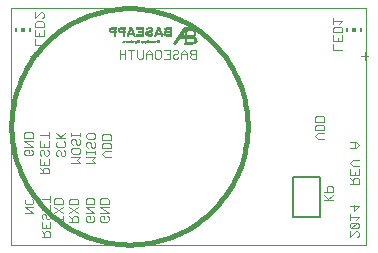
<source format=gbo>
G75*
%MOIN*%
%OFA0B0*%
%FSLAX24Y24*%
%IPPOS*%
%LPD*%
%AMOC8*
5,1,8,0,0,1.08239X$1,22.5*
%
%ADD10C,0.0000*%
%ADD11C,0.0030*%
%ADD12R,0.0300X0.0010*%
%ADD13R,0.0090X0.0010*%
%ADD14R,0.0350X0.0010*%
%ADD15R,0.0110X0.0010*%
%ADD16R,0.0370X0.0010*%
%ADD17R,0.0020X0.0010*%
%ADD18R,0.0010X0.0010*%
%ADD19R,0.0030X0.0010*%
%ADD20R,0.0380X0.0010*%
%ADD21R,0.0100X0.0010*%
%ADD22R,0.0400X0.0010*%
%ADD23R,0.0410X0.0010*%
%ADD24R,0.0070X0.0010*%
%ADD25R,0.0060X0.0010*%
%ADD26R,0.0050X0.0010*%
%ADD27R,0.0130X0.0010*%
%ADD28R,0.0040X0.0010*%
%ADD29R,0.0650X0.0010*%
%ADD30R,0.0630X0.0010*%
%ADD31R,0.0610X0.0010*%
%ADD32R,0.0590X0.0010*%
%ADD33R,0.0580X0.0010*%
%ADD34R,0.0550X0.0010*%
%ADD35R,0.0560X0.0010*%
%ADD36R,0.0210X0.0010*%
%ADD37R,0.0140X0.0010*%
%ADD38R,0.0250X0.0010*%
%ADD39R,0.0230X0.0010*%
%ADD40R,0.0180X0.0010*%
%ADD41R,0.0260X0.0010*%
%ADD42R,0.0080X0.0010*%
%ADD43R,0.0270X0.0010*%
%ADD44R,0.0280X0.0010*%
%ADD45R,0.0240X0.0010*%
%ADD46R,0.0120X0.0010*%
%ADD47R,0.0190X0.0010*%
%ADD48R,0.0200X0.0010*%
%ADD49R,0.0160X0.0010*%
%ADD50R,0.0220X0.0010*%
%ADD51R,0.0170X0.0010*%
%ADD52R,0.0150X0.0010*%
%ADD53R,0.0450X0.0010*%
%ADD54R,0.0440X0.0010*%
%ADD55R,0.0420X0.0010*%
%ADD56R,0.0360X0.0010*%
%ADD57R,0.0340X0.0010*%
%ADD58R,0.0310X0.0010*%
%ADD59R,0.0290X0.0010*%
%ADD60C,0.0050*%
%ADD61C,0.0160*%
%ADD62R,0.0059X0.0118*%
%ADD63R,0.0118X0.0118*%
D10*
X000680Y000380D02*
X000680Y008254D01*
X012491Y008254D01*
X012491Y000380D01*
X000680Y000380D01*
D11*
X001685Y000632D02*
X001975Y000632D01*
X001975Y000777D01*
X001927Y000825D01*
X001830Y000825D01*
X001782Y000777D01*
X001782Y000632D01*
X001782Y000728D02*
X001685Y000825D01*
X001685Y000926D02*
X001685Y001120D01*
X001733Y001221D02*
X001685Y001269D01*
X001685Y001366D01*
X001733Y001415D01*
X001782Y001415D01*
X001830Y001366D01*
X001830Y001269D01*
X001878Y001221D01*
X001927Y001221D01*
X001975Y001269D01*
X001975Y001366D01*
X001927Y001415D01*
X001975Y001516D02*
X001685Y001516D01*
X001685Y001709D01*
X001830Y001612D02*
X001830Y001516D01*
X001975Y001516D02*
X001975Y001709D01*
X001975Y001810D02*
X001975Y002004D01*
X001975Y001907D02*
X001685Y001907D01*
X001415Y001865D02*
X001415Y001769D01*
X001367Y001720D01*
X001173Y001720D01*
X001125Y001769D01*
X001125Y001865D01*
X001173Y001914D01*
X001367Y001914D02*
X001415Y001865D01*
X001415Y001619D02*
X001125Y001619D01*
X001415Y001426D01*
X001125Y001426D01*
X001685Y000926D02*
X001975Y000926D01*
X001975Y001120D01*
X001830Y001023D02*
X001830Y000926D01*
X002095Y001238D02*
X002385Y001238D01*
X002385Y001141D02*
X002385Y001335D01*
X002385Y001436D02*
X002095Y001629D01*
X002095Y001730D02*
X002095Y001875D01*
X002143Y001924D01*
X002337Y001924D01*
X002385Y001875D01*
X002385Y001730D01*
X002095Y001730D01*
X002095Y001436D02*
X002385Y001629D01*
X002615Y001619D02*
X002905Y001426D01*
X002857Y001325D02*
X002760Y001325D01*
X002712Y001276D01*
X002712Y001131D01*
X002712Y001228D02*
X002615Y001325D01*
X002615Y001426D02*
X002905Y001619D01*
X002905Y001720D02*
X002905Y001865D01*
X002857Y001914D01*
X002663Y001914D01*
X002615Y001865D01*
X002615Y001720D01*
X002905Y001720D01*
X003155Y001730D02*
X003155Y001875D01*
X003203Y001924D01*
X003397Y001924D01*
X003445Y001875D01*
X003445Y001730D01*
X003155Y001730D01*
X003155Y001629D02*
X003445Y001629D01*
X003635Y001629D02*
X003925Y001629D01*
X003925Y001730D02*
X003925Y001875D01*
X003877Y001924D01*
X003683Y001924D01*
X003635Y001875D01*
X003635Y001730D01*
X003925Y001730D01*
X003925Y001436D02*
X003635Y001629D01*
X003635Y001436D02*
X003925Y001436D01*
X003877Y001335D02*
X003925Y001286D01*
X003925Y001189D01*
X003877Y001141D01*
X003683Y001141D01*
X003635Y001189D01*
X003635Y001286D01*
X003683Y001335D01*
X003780Y001335D01*
X003780Y001238D01*
X003445Y001286D02*
X003445Y001189D01*
X003397Y001141D01*
X003203Y001141D01*
X003155Y001189D01*
X003155Y001286D01*
X003203Y001335D01*
X003300Y001335D01*
X003300Y001238D01*
X003397Y001335D02*
X003445Y001286D01*
X003445Y001436D02*
X003155Y001629D01*
X003155Y001436D02*
X003445Y001436D01*
X002905Y001276D02*
X002905Y001131D01*
X002615Y001131D01*
X002857Y001325D02*
X002905Y001276D01*
X001925Y002752D02*
X001635Y002752D01*
X001732Y002752D02*
X001732Y002897D01*
X001780Y002945D01*
X001877Y002945D01*
X001925Y002897D01*
X001925Y002752D01*
X001732Y002848D02*
X001635Y002945D01*
X001635Y003046D02*
X001635Y003240D01*
X001683Y003341D02*
X001635Y003389D01*
X001635Y003486D01*
X001683Y003535D01*
X001732Y003535D01*
X001780Y003486D01*
X001780Y003389D01*
X001828Y003341D01*
X001877Y003341D01*
X001925Y003389D01*
X001925Y003486D01*
X001877Y003535D01*
X001925Y003636D02*
X001635Y003636D01*
X001635Y003829D01*
X001780Y003732D02*
X001780Y003636D01*
X001925Y003636D02*
X001925Y003829D01*
X001925Y003930D02*
X001925Y004124D01*
X001925Y004027D02*
X001635Y004027D01*
X001395Y004085D02*
X001395Y003940D01*
X001105Y003940D01*
X001105Y004085D01*
X001153Y004134D01*
X001347Y004134D01*
X001395Y004085D01*
X001395Y003839D02*
X001105Y003839D01*
X001395Y003646D01*
X001105Y003646D01*
X001153Y003545D02*
X001250Y003545D01*
X001250Y003448D01*
X001153Y003545D02*
X001105Y003496D01*
X001105Y003399D01*
X001153Y003351D01*
X001347Y003351D01*
X001395Y003399D01*
X001395Y003496D01*
X001347Y003545D01*
X001780Y003143D02*
X001780Y003046D01*
X001925Y003046D02*
X001635Y003046D01*
X001925Y003046D02*
X001925Y003240D01*
X002175Y003379D02*
X002175Y003476D01*
X002223Y003525D01*
X002272Y003525D01*
X002320Y003476D01*
X002320Y003379D01*
X002368Y003331D01*
X002417Y003331D01*
X002465Y003379D01*
X002465Y003476D01*
X002417Y003525D01*
X002417Y003626D02*
X002223Y003626D01*
X002175Y003674D01*
X002175Y003771D01*
X002223Y003819D01*
X002175Y003920D02*
X002465Y003920D01*
X002417Y003819D02*
X002465Y003771D01*
X002465Y003674D01*
X002417Y003626D01*
X002675Y003554D02*
X002675Y003458D01*
X002723Y003409D01*
X002917Y003409D01*
X002965Y003458D01*
X002965Y003554D01*
X002917Y003603D01*
X002723Y003603D01*
X002675Y003554D01*
X002723Y003704D02*
X002675Y003752D01*
X002675Y003849D01*
X002723Y003897D01*
X002772Y003897D01*
X002820Y003849D01*
X002820Y003752D01*
X002868Y003704D01*
X002917Y003704D01*
X002965Y003752D01*
X002965Y003849D01*
X002917Y003897D01*
X002965Y003999D02*
X002965Y004095D01*
X002965Y004047D02*
X002675Y004047D01*
X002675Y003999D02*
X002675Y004095D01*
X002465Y004114D02*
X002272Y003920D01*
X002320Y003969D02*
X002175Y004114D01*
X002175Y003379D02*
X002223Y003331D01*
X002675Y003308D02*
X002965Y003308D01*
X002868Y003211D01*
X002965Y003115D01*
X002675Y003115D01*
X003175Y003115D02*
X003465Y003115D01*
X003368Y003211D01*
X003465Y003308D01*
X003175Y003308D01*
X003175Y003409D02*
X003175Y003506D01*
X003175Y003458D02*
X003465Y003458D01*
X003465Y003506D02*
X003465Y003409D01*
X003417Y003606D02*
X003368Y003606D01*
X003320Y003654D01*
X003320Y003751D01*
X003272Y003799D01*
X003223Y003799D01*
X003175Y003751D01*
X003175Y003654D01*
X003223Y003606D01*
X003417Y003606D02*
X003465Y003654D01*
X003465Y003751D01*
X003417Y003799D01*
X003417Y003900D02*
X003223Y003900D01*
X003175Y003949D01*
X003175Y004045D01*
X003223Y004094D01*
X003417Y004094D01*
X003465Y004045D01*
X003465Y003949D01*
X003417Y003900D01*
X003705Y003880D02*
X003705Y004025D01*
X003753Y004074D01*
X003947Y004074D01*
X003995Y004025D01*
X003995Y003880D01*
X003705Y003880D01*
X003753Y003779D02*
X003705Y003731D01*
X003705Y003586D01*
X003995Y003586D01*
X003995Y003731D01*
X003947Y003779D01*
X003753Y003779D01*
X003802Y003485D02*
X003995Y003485D01*
X003802Y003485D02*
X003705Y003388D01*
X003802Y003291D01*
X003995Y003291D01*
X004286Y006575D02*
X004286Y006865D01*
X004286Y006720D02*
X004480Y006720D01*
X004480Y006575D02*
X004480Y006865D01*
X004581Y006865D02*
X004774Y006865D01*
X004678Y006865D02*
X004678Y006575D01*
X004875Y006623D02*
X004875Y006865D01*
X005069Y006865D02*
X005069Y006623D01*
X005021Y006575D01*
X004924Y006575D01*
X004875Y006623D01*
X005170Y006575D02*
X005170Y006768D01*
X005267Y006865D01*
X005364Y006768D01*
X005364Y006575D01*
X005465Y006623D02*
X005465Y006817D01*
X005513Y006865D01*
X005610Y006865D01*
X005658Y006817D01*
X005658Y006623D01*
X005610Y006575D01*
X005513Y006575D01*
X005465Y006623D01*
X005364Y006720D02*
X005170Y006720D01*
X005759Y006575D02*
X005953Y006575D01*
X005953Y006865D01*
X005759Y006865D01*
X005856Y006720D02*
X005953Y006720D01*
X006054Y006672D02*
X006054Y006623D01*
X006102Y006575D01*
X006199Y006575D01*
X006248Y006623D01*
X006199Y006720D02*
X006102Y006720D01*
X006054Y006672D01*
X006199Y006720D02*
X006248Y006768D01*
X006248Y006817D01*
X006199Y006865D01*
X006102Y006865D01*
X006054Y006817D01*
X006349Y006768D02*
X006349Y006575D01*
X006542Y006575D02*
X006542Y006768D01*
X006445Y006865D01*
X006349Y006768D01*
X006349Y006720D02*
X006542Y006720D01*
X006643Y006672D02*
X006643Y006623D01*
X006692Y006575D01*
X006837Y006575D01*
X006837Y006865D01*
X006692Y006865D01*
X006643Y006817D01*
X006643Y006768D01*
X006692Y006720D01*
X006837Y006720D01*
X006692Y006720D02*
X006643Y006672D01*
X010815Y004625D02*
X010815Y004480D01*
X011105Y004480D01*
X011105Y004625D01*
X011057Y004674D01*
X010863Y004674D01*
X010815Y004625D01*
X010863Y004379D02*
X011057Y004379D01*
X011105Y004331D01*
X011105Y004186D01*
X010815Y004186D01*
X010815Y004331D01*
X010863Y004379D01*
X010912Y004085D02*
X011105Y004085D01*
X010912Y004085D02*
X010815Y003988D01*
X010912Y003891D01*
X011105Y003891D01*
X011975Y003784D02*
X012168Y003784D01*
X012265Y003687D01*
X012168Y003590D01*
X011975Y003590D01*
X012120Y003590D02*
X012120Y003784D01*
X012072Y003195D02*
X011975Y003098D01*
X012072Y003001D01*
X012265Y003001D01*
X012265Y002900D02*
X012265Y002706D01*
X011975Y002706D01*
X011975Y002900D01*
X012120Y002803D02*
X012120Y002706D01*
X012120Y002605D02*
X012072Y002557D01*
X012072Y002412D01*
X012072Y002508D02*
X011975Y002605D01*
X012120Y002605D02*
X012217Y002605D01*
X012265Y002557D01*
X012265Y002412D01*
X011975Y002412D01*
X011393Y002292D02*
X011393Y002147D01*
X011102Y002147D01*
X011199Y002147D02*
X011199Y002292D01*
X011248Y002340D01*
X011344Y002340D01*
X011393Y002292D01*
X011393Y002046D02*
X011199Y001852D01*
X011248Y001901D02*
X011102Y002046D01*
X011102Y001852D02*
X011393Y001852D01*
X011965Y001654D02*
X012255Y001654D01*
X012110Y001509D01*
X012110Y001702D01*
X011965Y001408D02*
X011965Y001214D01*
X011965Y001311D02*
X012255Y001311D01*
X012158Y001214D01*
X012207Y001113D02*
X012013Y001113D01*
X011965Y001065D01*
X011965Y000968D01*
X012013Y000920D01*
X012207Y001113D01*
X012255Y001065D01*
X012255Y000968D01*
X012207Y000920D01*
X012013Y000920D01*
X011965Y000818D02*
X011965Y000625D01*
X012158Y000818D01*
X012207Y000818D01*
X012255Y000770D01*
X012255Y000673D01*
X012207Y000625D01*
X012265Y003195D02*
X012072Y003195D01*
X012459Y006543D02*
X012459Y006790D01*
X012582Y006667D02*
X012335Y006667D01*
X011703Y006862D02*
X011412Y006862D01*
X011412Y007055D01*
X011412Y007156D02*
X011412Y007350D01*
X011412Y007451D02*
X011412Y007596D01*
X011461Y007644D01*
X011654Y007644D01*
X011703Y007596D01*
X011703Y007451D01*
X011412Y007451D01*
X011557Y007253D02*
X011557Y007156D01*
X011412Y007156D02*
X011703Y007156D01*
X011703Y007350D01*
X011606Y007746D02*
X011703Y007842D01*
X011412Y007842D01*
X011412Y007746D02*
X011412Y007939D01*
X001759Y007974D02*
X001711Y007926D01*
X001759Y007974D02*
X001759Y008071D01*
X001711Y008119D01*
X001662Y008119D01*
X001469Y007926D01*
X001469Y008119D01*
X001517Y007824D02*
X001711Y007824D01*
X001759Y007776D01*
X001759Y007631D01*
X001469Y007631D01*
X001469Y007776D01*
X001517Y007824D01*
X001469Y007530D02*
X001469Y007336D01*
X001759Y007336D01*
X001759Y007530D01*
X001614Y007433D02*
X001614Y007336D01*
X001469Y007235D02*
X001469Y007042D01*
X001759Y007042D01*
X001435Y006790D02*
X001435Y006543D01*
X001312Y006667D02*
X001559Y006667D01*
D12*
X006605Y007040D03*
D13*
X006490Y007110D03*
X006490Y007120D03*
X006490Y007130D03*
X006490Y007140D03*
X006490Y007150D03*
X006490Y007160D03*
X006490Y007170D03*
X006490Y007180D03*
X006490Y007190D03*
X006490Y007200D03*
X006490Y007210D03*
X006490Y007220D03*
X006490Y007230D03*
X006490Y007330D03*
X006490Y007340D03*
X006490Y007350D03*
X006490Y007360D03*
X006490Y007370D03*
X006490Y007380D03*
X006490Y007390D03*
X006490Y007400D03*
X006490Y007410D03*
X006490Y007420D03*
X006790Y007350D03*
X006800Y007360D03*
X006800Y007370D03*
X006810Y007390D03*
X006810Y007400D03*
X006810Y007410D03*
X006810Y007420D03*
X006810Y007430D03*
X006810Y007440D03*
X006810Y007450D03*
X006830Y007200D03*
X006830Y007140D03*
X006120Y007040D03*
X005990Y007370D03*
X005990Y007380D03*
X005990Y007390D03*
X005990Y007400D03*
X005990Y007410D03*
X005990Y007420D03*
X005990Y007490D03*
X005990Y007500D03*
X005990Y007510D03*
X005990Y007520D03*
X005990Y007530D03*
X005830Y007490D03*
X005820Y007520D03*
X005820Y007420D03*
X005810Y007410D03*
X005810Y007400D03*
X005810Y007390D03*
X005810Y007380D03*
X005700Y007330D03*
X005700Y007320D03*
X005700Y007310D03*
X005690Y007340D03*
X005690Y007350D03*
X005500Y007350D03*
X005490Y007340D03*
X005490Y007330D03*
X005480Y007320D03*
X005480Y007310D03*
X005370Y007380D03*
X005370Y007390D03*
X005360Y007370D03*
X005360Y007510D03*
X005210Y007540D03*
X005200Y007520D03*
X005190Y007400D03*
X005190Y007390D03*
X005200Y007370D03*
X005060Y007380D03*
X005060Y007390D03*
X005060Y007400D03*
X005060Y007410D03*
X005060Y007420D03*
X005060Y007490D03*
X005060Y007500D03*
X005060Y007510D03*
X005060Y007520D03*
X005060Y007530D03*
X004770Y007350D03*
X004780Y007330D03*
X004780Y007320D03*
X004790Y007310D03*
X004580Y007350D03*
X004570Y007340D03*
X004570Y007330D03*
X004570Y007320D03*
X004560Y007310D03*
X004440Y007310D03*
X004440Y007320D03*
X004440Y007330D03*
X004440Y007340D03*
X004440Y007350D03*
X004440Y007360D03*
X004440Y007370D03*
X004440Y007380D03*
X004440Y007390D03*
X004440Y007400D03*
X004440Y007410D03*
X004440Y007480D03*
X004440Y007490D03*
X004440Y007500D03*
X004440Y007510D03*
X004440Y007520D03*
X004440Y007530D03*
X004280Y007520D03*
X004280Y007490D03*
X004140Y007490D03*
X004140Y007500D03*
X004140Y007510D03*
X004140Y007520D03*
X004140Y007530D03*
X004140Y007480D03*
X004140Y007410D03*
X004140Y007400D03*
X004140Y007390D03*
X004140Y007380D03*
X004140Y007370D03*
X004140Y007360D03*
X004140Y007350D03*
X004140Y007340D03*
X004140Y007330D03*
X004140Y007320D03*
X004140Y007310D03*
X003980Y007490D03*
X003980Y007500D03*
X003980Y007510D03*
X003980Y007520D03*
X004600Y007420D03*
D14*
X006620Y007050D03*
D15*
X006820Y007120D03*
X006810Y007220D03*
X006770Y007330D03*
X006380Y007420D03*
X006370Y007410D03*
X006360Y007390D03*
X006350Y007380D03*
X006340Y007360D03*
X006330Y007350D03*
X006250Y007230D03*
X006240Y007220D03*
X006230Y007210D03*
X006220Y007190D03*
X006210Y007180D03*
X006200Y007160D03*
X006190Y007150D03*
X006180Y007130D03*
X006170Y007120D03*
X006160Y007110D03*
X006150Y007090D03*
X006140Y007080D03*
X006130Y007060D03*
X006120Y007050D03*
X005590Y007570D03*
X005590Y007580D03*
X005200Y007410D03*
X004670Y007580D03*
D16*
X006630Y007060D03*
D17*
X005615Y007100D03*
X005615Y007110D03*
X005615Y007120D03*
X005615Y007140D03*
X005615Y007150D03*
X005555Y007150D03*
X005555Y007110D03*
X005555Y007100D03*
X005515Y007100D03*
X005515Y007090D03*
X005425Y007120D03*
X005355Y007120D03*
X005355Y007110D03*
X005355Y007100D03*
X005345Y007090D03*
X005315Y007090D03*
X005305Y007120D03*
X005255Y007130D03*
X005225Y007140D03*
X005215Y007120D03*
X005205Y007090D03*
X005165Y007100D03*
X005165Y007110D03*
X005165Y007120D03*
X005165Y007130D03*
X005165Y007140D03*
X005135Y007140D03*
X005125Y007130D03*
X005115Y007120D03*
X005115Y007110D03*
X005075Y007100D03*
X005075Y007130D03*
X005045Y007140D03*
X005035Y007130D03*
X005035Y007120D03*
X005035Y007110D03*
X005035Y007100D03*
X004955Y007100D03*
X004945Y007140D03*
X004905Y007150D03*
X004865Y007140D03*
X004865Y007130D03*
X004855Y007110D03*
X004845Y007090D03*
X004845Y007080D03*
X004845Y007070D03*
X004825Y007120D03*
X004785Y007130D03*
X004775Y007120D03*
X004745Y007090D03*
X004655Y007110D03*
X004655Y007120D03*
X004645Y007090D03*
X004605Y007120D03*
X004605Y007130D03*
X004565Y007130D03*
X004565Y007140D03*
X004565Y007120D03*
X004565Y007110D03*
X004565Y007100D03*
X004565Y007090D03*
X004525Y007090D03*
X004525Y007100D03*
X004525Y007110D03*
X004525Y007120D03*
X004535Y007140D03*
X004485Y007140D03*
X004485Y007130D03*
X004475Y007120D03*
X004475Y007110D03*
X004475Y007100D03*
X004475Y007090D03*
X004435Y007090D03*
X004435Y007120D03*
X004395Y007100D03*
X004895Y007110D03*
X005165Y007080D03*
X005165Y007070D03*
X005165Y007060D03*
D18*
X005120Y007100D03*
X005080Y007110D03*
X005080Y007120D03*
X005080Y007140D03*
X005080Y007080D03*
X005080Y007070D03*
X005080Y007060D03*
X005220Y007130D03*
X005250Y007140D03*
X005260Y007120D03*
X005270Y007090D03*
X005310Y007130D03*
X005350Y007130D03*
X005390Y007100D03*
X005390Y007090D03*
X005430Y007090D03*
X005430Y007130D03*
X005470Y007130D03*
X005470Y007120D03*
X005470Y007110D03*
X005470Y007100D03*
X005470Y007090D03*
X005510Y007110D03*
X005510Y007130D03*
X005560Y007140D03*
X005560Y007120D03*
X004950Y007150D03*
X004900Y007100D03*
X004860Y007120D03*
X004830Y007110D03*
X004820Y007130D03*
X004820Y007140D03*
X004780Y007090D03*
X004740Y007100D03*
X004700Y007100D03*
X004700Y007110D03*
X004700Y007120D03*
X004700Y007130D03*
X004700Y007150D03*
X004650Y007130D03*
X004650Y007100D03*
X004610Y007090D03*
X004440Y007130D03*
X004400Y007090D03*
D19*
X004410Y007110D03*
X004420Y007140D03*
X004520Y007130D03*
X004630Y007140D03*
X004690Y007090D03*
X004750Y007110D03*
X004840Y007100D03*
X004860Y007060D03*
X004910Y007120D03*
X005240Y007160D03*
X005330Y007140D03*
X005400Y007110D03*
X005410Y007140D03*
D20*
X006635Y007070D03*
X006615Y007560D03*
D21*
X006795Y007490D03*
X006795Y007480D03*
X006805Y007470D03*
X006805Y007460D03*
X006785Y007340D03*
X006825Y007210D03*
X006835Y007190D03*
X006835Y007180D03*
X006835Y007170D03*
X006835Y007160D03*
X006835Y007150D03*
X006825Y007130D03*
X006365Y007400D03*
X006345Y007370D03*
X006325Y007340D03*
X006315Y007330D03*
X006225Y007200D03*
X006205Y007170D03*
X006185Y007140D03*
X006155Y007100D03*
X006135Y007070D03*
X005815Y007370D03*
X005825Y007530D03*
X005595Y007590D03*
X005355Y007360D03*
X005205Y007360D03*
X005055Y007370D03*
X004675Y007590D03*
X004285Y007530D03*
X004285Y007480D03*
X003985Y007480D03*
X003985Y007530D03*
D22*
X006615Y007540D03*
X006615Y007550D03*
X006645Y007080D03*
D23*
X006650Y007090D03*
X006650Y007100D03*
D24*
X005590Y007090D03*
X005590Y007160D03*
X005360Y007400D03*
X005550Y007510D03*
X005640Y007500D03*
X005640Y007490D03*
X005240Y007110D03*
X005240Y007100D03*
X004730Y007470D03*
X004720Y007500D03*
X004630Y007510D03*
D25*
X004925Y007160D03*
X005145Y007090D03*
X005595Y007130D03*
D26*
X005280Y007300D03*
X005060Y007090D03*
X004930Y007090D03*
X005280Y007600D03*
D27*
X005590Y007560D03*
X005590Y007550D03*
X004670Y007550D03*
X006790Y007230D03*
X006800Y007110D03*
D28*
X005495Y007140D03*
X005235Y007150D03*
X004925Y007130D03*
X004765Y007140D03*
X004695Y007140D03*
D29*
X006530Y007240D03*
D30*
X006520Y007250D03*
D31*
X006520Y007260D03*
D32*
X006520Y007270D03*
D33*
X006515Y007280D03*
D34*
X006510Y007290D03*
D35*
X006525Y007300D03*
X006525Y007310D03*
X006535Y007320D03*
D36*
X005930Y007310D03*
X005930Y007460D03*
X005930Y007590D03*
X005280Y007560D03*
X005280Y007330D03*
X004380Y007430D03*
X004080Y007430D03*
D37*
X004675Y007530D03*
X004675Y007540D03*
X005285Y007590D03*
X005285Y007310D03*
X005595Y007540D03*
D38*
X005590Y007400D03*
X005590Y007390D03*
X005910Y007440D03*
X005910Y007540D03*
X005910Y007550D03*
X005910Y007560D03*
X005910Y007330D03*
X004980Y007330D03*
X004980Y007340D03*
X004980Y007350D03*
X004980Y007360D03*
X004980Y007320D03*
X004980Y007310D03*
X004980Y007540D03*
X004980Y007550D03*
X004980Y007560D03*
X004980Y007570D03*
X004980Y007580D03*
X004980Y007590D03*
X004360Y007540D03*
X004360Y007470D03*
D39*
X004370Y007440D03*
X004370Y007570D03*
X004070Y007570D03*
X004070Y007450D03*
X004990Y007450D03*
X004990Y007460D03*
X004990Y007470D03*
X004990Y007480D03*
X004990Y007440D03*
X004990Y007430D03*
X005280Y007350D03*
X005280Y007340D03*
X005280Y007550D03*
X005590Y007410D03*
X005920Y007450D03*
X005920Y007470D03*
X005920Y007580D03*
X005920Y007320D03*
D40*
X006445Y007460D03*
X005305Y007480D03*
X005255Y007440D03*
X005285Y007320D03*
D41*
X005595Y007380D03*
X005905Y007350D03*
X005905Y007340D03*
X005905Y007430D03*
X004675Y007390D03*
X004675Y007380D03*
X004675Y007370D03*
D42*
X004745Y007420D03*
X004745Y007430D03*
X004745Y007440D03*
X004735Y007450D03*
X004735Y007460D03*
X004725Y007480D03*
X004725Y007490D03*
X004715Y007510D03*
X004625Y007500D03*
X004625Y007490D03*
X004625Y007480D03*
X004615Y007470D03*
X004615Y007460D03*
X004615Y007450D03*
X004605Y007440D03*
X004605Y007430D03*
X004775Y007340D03*
X004275Y007500D03*
X004275Y007510D03*
X005195Y007380D03*
X005365Y007520D03*
X005365Y007530D03*
X005355Y007540D03*
X005205Y007530D03*
X005515Y007420D03*
X005525Y007430D03*
X005525Y007440D03*
X005525Y007450D03*
X005535Y007460D03*
X005535Y007470D03*
X005535Y007480D03*
X005545Y007490D03*
X005545Y007500D03*
X005635Y007510D03*
X005645Y007480D03*
X005645Y007470D03*
X005655Y007460D03*
X005655Y007450D03*
X005655Y007440D03*
X005665Y007430D03*
X005665Y007420D03*
X005825Y007500D03*
X005825Y007510D03*
X006805Y007380D03*
D43*
X005900Y007360D03*
X005590Y007360D03*
X005590Y007370D03*
D44*
X004675Y007360D03*
D45*
X004675Y007400D03*
X004675Y007410D03*
X004365Y007450D03*
X004365Y007460D03*
X004365Y007550D03*
X004365Y007560D03*
X004065Y007560D03*
X004065Y007550D03*
X004065Y007540D03*
X004065Y007470D03*
X004065Y007460D03*
X005915Y007480D03*
X005915Y007570D03*
D46*
X005345Y007500D03*
X005215Y007420D03*
X004675Y007560D03*
X004675Y007570D03*
X006785Y007500D03*
D47*
X006440Y007450D03*
X006440Y007440D03*
X005290Y007470D03*
X004390Y007420D03*
X004090Y007420D03*
D48*
X004085Y007590D03*
X004385Y007590D03*
X005265Y007450D03*
X005275Y007460D03*
X005285Y007570D03*
X006435Y007430D03*
D49*
X006455Y007490D03*
X005235Y007430D03*
X004675Y007520D03*
D50*
X004375Y007580D03*
X004075Y007580D03*
X004075Y007440D03*
D51*
X005280Y007580D03*
X006450Y007480D03*
X006450Y007470D03*
D52*
X006460Y007500D03*
X005590Y007520D03*
X005590Y007530D03*
X005320Y007490D03*
D53*
X006610Y007510D03*
D54*
X006615Y007520D03*
D55*
X006615Y007530D03*
D56*
X006615Y007570D03*
D57*
X006605Y007580D03*
D58*
X006600Y007590D03*
D59*
X006590Y007600D03*
D60*
X010074Y002616D02*
X010074Y001293D01*
X010971Y001293D01*
X010971Y002616D01*
X010074Y002616D01*
D61*
X000680Y004317D02*
X000682Y004442D01*
X000688Y004567D01*
X000698Y004691D01*
X000712Y004815D01*
X000729Y004939D01*
X000751Y005062D01*
X000777Y005184D01*
X000806Y005306D01*
X000839Y005426D01*
X000877Y005545D01*
X000917Y005664D01*
X000962Y005780D01*
X001010Y005895D01*
X001062Y006009D01*
X001118Y006121D01*
X001177Y006231D01*
X001239Y006339D01*
X001305Y006446D01*
X001374Y006550D01*
X001447Y006651D01*
X001522Y006751D01*
X001601Y006848D01*
X001683Y006942D01*
X001768Y007034D01*
X001855Y007123D01*
X001946Y007209D01*
X002039Y007292D01*
X002135Y007373D01*
X002233Y007450D01*
X002333Y007524D01*
X002436Y007595D01*
X002541Y007662D01*
X002649Y007727D01*
X002758Y007787D01*
X002869Y007845D01*
X002982Y007898D01*
X003096Y007948D01*
X003212Y007995D01*
X003329Y008037D01*
X003448Y008076D01*
X003568Y008112D01*
X003689Y008143D01*
X003811Y008171D01*
X003933Y008194D01*
X004057Y008214D01*
X004181Y008230D01*
X004305Y008242D01*
X004430Y008250D01*
X004555Y008254D01*
X004679Y008254D01*
X004804Y008250D01*
X004929Y008242D01*
X005053Y008230D01*
X005177Y008214D01*
X005301Y008194D01*
X005423Y008171D01*
X005545Y008143D01*
X005666Y008112D01*
X005786Y008076D01*
X005905Y008037D01*
X006022Y007995D01*
X006138Y007948D01*
X006252Y007898D01*
X006365Y007845D01*
X006476Y007787D01*
X006586Y007727D01*
X006693Y007662D01*
X006798Y007595D01*
X006901Y007524D01*
X007001Y007450D01*
X007099Y007373D01*
X007195Y007292D01*
X007288Y007209D01*
X007379Y007123D01*
X007466Y007034D01*
X007551Y006942D01*
X007633Y006848D01*
X007712Y006751D01*
X007787Y006651D01*
X007860Y006550D01*
X007929Y006446D01*
X007995Y006339D01*
X008057Y006231D01*
X008116Y006121D01*
X008172Y006009D01*
X008224Y005895D01*
X008272Y005780D01*
X008317Y005664D01*
X008357Y005545D01*
X008395Y005426D01*
X008428Y005306D01*
X008457Y005184D01*
X008483Y005062D01*
X008505Y004939D01*
X008522Y004815D01*
X008536Y004691D01*
X008546Y004567D01*
X008552Y004442D01*
X008554Y004317D01*
X008552Y004192D01*
X008546Y004067D01*
X008536Y003943D01*
X008522Y003819D01*
X008505Y003695D01*
X008483Y003572D01*
X008457Y003450D01*
X008428Y003328D01*
X008395Y003208D01*
X008357Y003089D01*
X008317Y002970D01*
X008272Y002854D01*
X008224Y002739D01*
X008172Y002625D01*
X008116Y002513D01*
X008057Y002403D01*
X007995Y002295D01*
X007929Y002188D01*
X007860Y002084D01*
X007787Y001983D01*
X007712Y001883D01*
X007633Y001786D01*
X007551Y001692D01*
X007466Y001600D01*
X007379Y001511D01*
X007288Y001425D01*
X007195Y001342D01*
X007099Y001261D01*
X007001Y001184D01*
X006901Y001110D01*
X006798Y001039D01*
X006693Y000972D01*
X006585Y000907D01*
X006476Y000847D01*
X006365Y000789D01*
X006252Y000736D01*
X006138Y000686D01*
X006022Y000639D01*
X005905Y000597D01*
X005786Y000558D01*
X005666Y000522D01*
X005545Y000491D01*
X005423Y000463D01*
X005301Y000440D01*
X005177Y000420D01*
X005053Y000404D01*
X004929Y000392D01*
X004804Y000384D01*
X004679Y000380D01*
X004555Y000380D01*
X004430Y000384D01*
X004305Y000392D01*
X004181Y000404D01*
X004057Y000420D01*
X003933Y000440D01*
X003811Y000463D01*
X003689Y000491D01*
X003568Y000522D01*
X003448Y000558D01*
X003329Y000597D01*
X003212Y000639D01*
X003096Y000686D01*
X002982Y000736D01*
X002869Y000789D01*
X002758Y000847D01*
X002648Y000907D01*
X002541Y000972D01*
X002436Y001039D01*
X002333Y001110D01*
X002233Y001184D01*
X002135Y001261D01*
X002039Y001342D01*
X001946Y001425D01*
X001855Y001511D01*
X001768Y001600D01*
X001683Y001692D01*
X001601Y001786D01*
X001522Y001883D01*
X001447Y001983D01*
X001374Y002084D01*
X001305Y002188D01*
X001239Y002295D01*
X001177Y002403D01*
X001118Y002513D01*
X001062Y002625D01*
X001010Y002739D01*
X000962Y002854D01*
X000917Y002970D01*
X000877Y003089D01*
X000839Y003208D01*
X000806Y003328D01*
X000777Y003450D01*
X000751Y003572D01*
X000729Y003695D01*
X000712Y003819D01*
X000698Y003943D01*
X000688Y004067D01*
X000682Y004192D01*
X000680Y004317D01*
D62*
X000837Y007526D03*
X001310Y007526D03*
X011861Y007526D03*
X012334Y007526D03*
D63*
X012097Y007526D03*
X001074Y007526D03*
M02*

</source>
